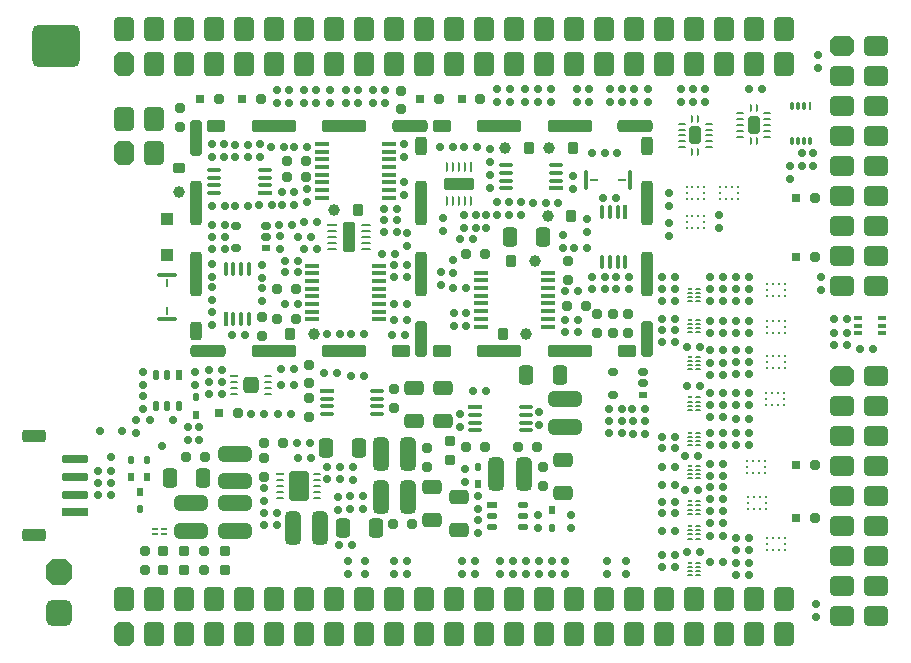
<source format=gbr>
%TF.GenerationSoftware,Altium Limited,Altium Designer,21.9.2 (33)*%
G04 Layer_Color=255*
%FSLAX45Y45*%
%MOMM*%
%TF.SameCoordinates,7777544D-92F5-45BF-99EE-D781317D7DBF*%
%TF.FilePolarity,Positive*%
%TF.FileFunction,Pads,Top*%
%TF.Part,Single*%
G01*
G75*
%TA.AperFunction,BGAPad,CuDef*%
%ADD11C,0.25000*%
%TA.AperFunction,SMDPad,CuDef*%
G04:AMPARAMS|DCode=12|XSize=0.25mm|YSize=0.25mm|CornerRadius=0.0375mm|HoleSize=0mm|Usage=FLASHONLY|Rotation=180.000|XOffset=0mm|YOffset=0mm|HoleType=Round|Shape=RoundedRectangle|*
%AMROUNDEDRECTD12*
21,1,0.25000,0.17500,0,0,180.0*
21,1,0.17500,0.25000,0,0,180.0*
1,1,0.07500,-0.08750,0.08750*
1,1,0.07500,0.08750,0.08750*
1,1,0.07500,0.08750,-0.08750*
1,1,0.07500,-0.08750,-0.08750*
%
%ADD12ROUNDEDRECTD12*%
%ADD13R,0.50000X0.20000*%
G04:AMPARAMS|DCode=14|XSize=0.25mm|YSize=0.65mm|CornerRadius=0.0625mm|HoleSize=0mm|Usage=FLASHONLY|Rotation=90.000|XOffset=0mm|YOffset=0mm|HoleType=Round|Shape=RoundedRectangle|*
%AMROUNDEDRECTD14*
21,1,0.25000,0.52500,0,0,90.0*
21,1,0.12500,0.65000,0,0,90.0*
1,1,0.12500,0.26250,0.06250*
1,1,0.12500,0.26250,-0.06250*
1,1,0.12500,-0.26250,-0.06250*
1,1,0.12500,-0.26250,0.06250*
%
%ADD14ROUNDEDRECTD14*%
G04:AMPARAMS|DCode=15|XSize=0.25mm|YSize=0.65mm|CornerRadius=0.0625mm|HoleSize=0mm|Usage=FLASHONLY|Rotation=0.000|XOffset=0mm|YOffset=0mm|HoleType=Round|Shape=RoundedRectangle|*
%AMROUNDEDRECTD15*
21,1,0.25000,0.52500,0,0,0.0*
21,1,0.12500,0.65000,0,0,0.0*
1,1,0.12500,0.06250,-0.26250*
1,1,0.12500,-0.06250,-0.26250*
1,1,0.12500,-0.06250,0.26250*
1,1,0.12500,0.06250,0.26250*
%
%ADD15ROUNDEDRECTD15*%
G04:AMPARAMS|DCode=16|XSize=1mm|YSize=1.5mm|CornerRadius=0.25mm|HoleSize=0mm|Usage=FLASHONLY|Rotation=0.000|XOffset=0mm|YOffset=0mm|HoleType=Round|Shape=RoundedRectangle|*
%AMROUNDEDRECTD16*
21,1,1.00000,1.00000,0,0,0.0*
21,1,0.50000,1.50000,0,0,0.0*
1,1,0.50000,0.25000,-0.50000*
1,1,0.50000,-0.25000,-0.50000*
1,1,0.50000,-0.25000,0.50000*
1,1,0.50000,0.25000,0.50000*
%
%ADD16ROUNDEDRECTD16*%
G04:AMPARAMS|DCode=17|XSize=0.6mm|YSize=0.6mm|CornerRadius=0.15mm|HoleSize=0mm|Usage=FLASHONLY|Rotation=90.000|XOffset=0mm|YOffset=0mm|HoleType=Round|Shape=RoundedRectangle|*
%AMROUNDEDRECTD17*
21,1,0.60000,0.30000,0,0,90.0*
21,1,0.30000,0.60000,0,0,90.0*
1,1,0.30000,0.15000,0.15000*
1,1,0.30000,0.15000,-0.15000*
1,1,0.30000,-0.15000,-0.15000*
1,1,0.30000,-0.15000,0.15000*
%
%ADD17ROUNDEDRECTD17*%
%ADD18R,0.45000X0.18000*%
G04:AMPARAMS|DCode=19|XSize=0.18mm|YSize=0.45mm|CornerRadius=0.027mm|HoleSize=0mm|Usage=FLASHONLY|Rotation=90.000|XOffset=0mm|YOffset=0mm|HoleType=Round|Shape=RoundedRectangle|*
%AMROUNDEDRECTD19*
21,1,0.18000,0.39600,0,0,90.0*
21,1,0.12600,0.45000,0,0,90.0*
1,1,0.05400,0.19800,0.06300*
1,1,0.05400,0.19800,-0.06300*
1,1,0.05400,-0.19800,-0.06300*
1,1,0.05400,-0.19800,0.06300*
%
%ADD19ROUNDEDRECTD19*%
%ADD20R,0.70000X0.25000*%
G04:AMPARAMS|DCode=21|XSize=0.25mm|YSize=0.7mm|CornerRadius=0.0625mm|HoleSize=0mm|Usage=FLASHONLY|Rotation=90.000|XOffset=0mm|YOffset=0mm|HoleType=Round|Shape=RoundedRectangle|*
%AMROUNDEDRECTD21*
21,1,0.25000,0.57500,0,0,90.0*
21,1,0.12500,0.70000,0,0,90.0*
1,1,0.12500,0.28750,0.06250*
1,1,0.12500,0.28750,-0.06250*
1,1,0.12500,-0.28750,-0.06250*
1,1,0.12500,-0.28750,0.06250*
%
%ADD21ROUNDEDRECTD21*%
G04:AMPARAMS|DCode=22|XSize=2.5mm|YSize=1.7mm|CornerRadius=0.17mm|HoleSize=0mm|Usage=FLASHONLY|Rotation=90.000|XOffset=0mm|YOffset=0mm|HoleType=Round|Shape=RoundedRectangle|*
%AMROUNDEDRECTD22*
21,1,2.50000,1.36000,0,0,90.0*
21,1,2.16000,1.70000,0,0,90.0*
1,1,0.34000,0.68000,1.08000*
1,1,0.34000,0.68000,-1.08000*
1,1,0.34000,-0.68000,-1.08000*
1,1,0.34000,-0.68000,1.08000*
%
%ADD22ROUNDEDRECTD22*%
G04:AMPARAMS|DCode=23|XSize=0.35mm|YSize=1.15mm|CornerRadius=0.0875mm|HoleSize=0mm|Usage=FLASHONLY|Rotation=90.000|XOffset=0mm|YOffset=0mm|HoleType=Round|Shape=RoundedRectangle|*
%AMROUNDEDRECTD23*
21,1,0.35000,0.97500,0,0,90.0*
21,1,0.17500,1.15000,0,0,90.0*
1,1,0.17500,0.48750,0.08750*
1,1,0.17500,0.48750,-0.08750*
1,1,0.17500,-0.48750,-0.08750*
1,1,0.17500,-0.48750,0.08750*
%
%ADD23ROUNDEDRECTD23*%
%ADD24R,1.15000X0.35000*%
%ADD25R,0.90000X0.55000*%
G04:AMPARAMS|DCode=26|XSize=0.55mm|YSize=0.9mm|CornerRadius=0.1375mm|HoleSize=0mm|Usage=FLASHONLY|Rotation=90.000|XOffset=0mm|YOffset=0mm|HoleType=Round|Shape=RoundedRectangle|*
%AMROUNDEDRECTD26*
21,1,0.55000,0.62500,0,0,90.0*
21,1,0.27500,0.90000,0,0,90.0*
1,1,0.27500,0.31250,0.13750*
1,1,0.27500,0.31250,-0.13750*
1,1,0.27500,-0.31250,-0.13750*
1,1,0.27500,-0.31250,0.13750*
%
%ADD26ROUNDEDRECTD26*%
%ADD27R,0.55000X0.90000*%
G04:AMPARAMS|DCode=28|XSize=0.55mm|YSize=0.9mm|CornerRadius=0.1375mm|HoleSize=0mm|Usage=FLASHONLY|Rotation=0.000|XOffset=0mm|YOffset=0mm|HoleType=Round|Shape=RoundedRectangle|*
%AMROUNDEDRECTD28*
21,1,0.55000,0.62500,0,0,0.0*
21,1,0.27500,0.90000,0,0,0.0*
1,1,0.27500,0.13750,-0.31250*
1,1,0.27500,-0.13750,-0.31250*
1,1,0.27500,-0.13750,0.31250*
1,1,0.27500,0.13750,0.31250*
%
%ADD28ROUNDEDRECTD28*%
G04:AMPARAMS|DCode=29|XSize=1.4mm|YSize=1.3mm|CornerRadius=0.325mm|HoleSize=0mm|Usage=FLASHONLY|Rotation=90.000|XOffset=0mm|YOffset=0mm|HoleType=Round|Shape=RoundedRectangle|*
%AMROUNDEDRECTD29*
21,1,1.40000,0.65000,0,0,90.0*
21,1,0.75000,1.30000,0,0,90.0*
1,1,0.65000,0.32500,0.37500*
1,1,0.65000,0.32500,-0.37500*
1,1,0.65000,-0.32500,-0.37500*
1,1,0.65000,-0.32500,0.37500*
%
%ADD29ROUNDEDRECTD29*%
%ADD30R,0.80000X0.60000*%
G04:AMPARAMS|DCode=31|XSize=0.6mm|YSize=0.8mm|CornerRadius=0.15mm|HoleSize=0mm|Usage=FLASHONLY|Rotation=270.000|XOffset=0mm|YOffset=0mm|HoleType=Round|Shape=RoundedRectangle|*
%AMROUNDEDRECTD31*
21,1,0.60000,0.50000,0,0,270.0*
21,1,0.30000,0.80000,0,0,270.0*
1,1,0.30000,-0.25000,-0.15000*
1,1,0.30000,-0.25000,0.15000*
1,1,0.30000,0.25000,0.15000*
1,1,0.30000,0.25000,-0.15000*
%
%ADD31ROUNDEDRECTD31*%
G04:AMPARAMS|DCode=32|XSize=0.35mm|YSize=0.7mm|CornerRadius=0.0875mm|HoleSize=0mm|Usage=FLASHONLY|Rotation=270.000|XOffset=0mm|YOffset=0mm|HoleType=Round|Shape=RoundedRectangle|*
%AMROUNDEDRECTD32*
21,1,0.35000,0.52501,0,0,270.0*
21,1,0.17500,0.70000,0,0,270.0*
1,1,0.17500,-0.26250,-0.08750*
1,1,0.17500,-0.26250,0.08750*
1,1,0.17500,0.26250,0.08750*
1,1,0.17500,0.26250,-0.08750*
%
%ADD32ROUNDEDRECTD32*%
%ADD33R,0.70000X0.35000*%
%ADD34R,0.27000X0.65000*%
G04:AMPARAMS|DCode=35|XSize=0.27mm|YSize=0.65mm|CornerRadius=0.0675mm|HoleSize=0mm|Usage=FLASHONLY|Rotation=0.000|XOffset=0mm|YOffset=0mm|HoleType=Round|Shape=RoundedRectangle|*
%AMROUNDEDRECTD35*
21,1,0.27000,0.51501,0,0,0.0*
21,1,0.13500,0.65000,0,0,0.0*
1,1,0.13500,0.06750,-0.25750*
1,1,0.13500,-0.06750,-0.25750*
1,1,0.13500,-0.06750,0.25750*
1,1,0.13500,0.06750,0.25750*
%
%ADD35ROUNDEDRECTD35*%
%ADD36R,1.20000X0.35000*%
G04:AMPARAMS|DCode=37|XSize=0.35mm|YSize=1.2mm|CornerRadius=0.0875mm|HoleSize=0mm|Usage=FLASHONLY|Rotation=90.000|XOffset=0mm|YOffset=0mm|HoleType=Round|Shape=RoundedRectangle|*
%AMROUNDEDRECTD37*
21,1,0.35000,1.02500,0,0,90.0*
21,1,0.17500,1.20000,0,0,90.0*
1,1,0.17500,0.51250,0.08750*
1,1,0.17500,0.51250,-0.08750*
1,1,0.17500,-0.51250,-0.08750*
1,1,0.17500,-0.51250,0.08750*
%
%ADD37ROUNDEDRECTD37*%
G04:AMPARAMS|DCode=38|XSize=2.55mm|YSize=1.1mm|CornerRadius=0.275mm|HoleSize=0mm|Usage=FLASHONLY|Rotation=90.000|XOffset=0mm|YOffset=0mm|HoleType=Round|Shape=RoundedRectangle|*
%AMROUNDEDRECTD38*
21,1,2.55000,0.55000,0,0,90.0*
21,1,2.00000,1.10000,0,0,90.0*
1,1,0.55000,0.27500,1.00000*
1,1,0.55000,0.27500,-1.00000*
1,1,0.55000,-0.27500,-1.00000*
1,1,0.55000,-0.27500,1.00000*
%
%ADD38ROUNDEDRECTD38*%
G04:AMPARAMS|DCode=39|XSize=0.25mm|YSize=0.85mm|CornerRadius=0.0625mm|HoleSize=0mm|Usage=FLASHONLY|Rotation=90.000|XOffset=0mm|YOffset=0mm|HoleType=Round|Shape=RoundedRectangle|*
%AMROUNDEDRECTD39*
21,1,0.25000,0.72500,0,0,90.0*
21,1,0.12500,0.85000,0,0,90.0*
1,1,0.12500,0.36250,0.06250*
1,1,0.12500,0.36250,-0.06250*
1,1,0.12500,-0.36250,-0.06250*
1,1,0.12500,-0.36250,0.06250*
%
%ADD39ROUNDEDRECTD39*%
%ADD40R,0.85000X0.25000*%
G04:AMPARAMS|DCode=41|XSize=0.35mm|YSize=1.15mm|CornerRadius=0.0875mm|HoleSize=0mm|Usage=FLASHONLY|Rotation=180.000|XOffset=0mm|YOffset=0mm|HoleType=Round|Shape=RoundedRectangle|*
%AMROUNDEDRECTD41*
21,1,0.35000,0.97500,0,0,180.0*
21,1,0.17500,1.15000,0,0,180.0*
1,1,0.17500,-0.08750,0.48750*
1,1,0.17500,0.08750,0.48750*
1,1,0.17500,0.08750,-0.48750*
1,1,0.17500,-0.08750,-0.48750*
%
%ADD41ROUNDEDRECTD41*%
%ADD42R,0.35000X1.15000*%
G04:AMPARAMS|DCode=43|XSize=2.55mm|YSize=1.1mm|CornerRadius=0.275mm|HoleSize=0mm|Usage=FLASHONLY|Rotation=0.000|XOffset=0mm|YOffset=0mm|HoleType=Round|Shape=RoundedRectangle|*
%AMROUNDEDRECTD43*
21,1,2.55000,0.55000,0,0,0.0*
21,1,2.00000,1.10000,0,0,0.0*
1,1,0.55000,1.00000,-0.27500*
1,1,0.55000,-1.00000,-0.27500*
1,1,0.55000,-1.00000,0.27500*
1,1,0.55000,1.00000,0.27500*
%
%ADD43ROUNDEDRECTD43*%
G04:AMPARAMS|DCode=44|XSize=0.25mm|YSize=0.85mm|CornerRadius=0.0625mm|HoleSize=0mm|Usage=FLASHONLY|Rotation=0.000|XOffset=0mm|YOffset=0mm|HoleType=Round|Shape=RoundedRectangle|*
%AMROUNDEDRECTD44*
21,1,0.25000,0.72500,0,0,0.0*
21,1,0.12500,0.85000,0,0,0.0*
1,1,0.12500,0.06250,-0.36250*
1,1,0.12500,-0.06250,-0.36250*
1,1,0.12500,-0.06250,0.36250*
1,1,0.12500,0.06250,0.36250*
%
%ADD44ROUNDEDRECTD44*%
%ADD45R,0.25000X0.85000*%
%ADD46C,1.00000*%
G04:AMPARAMS|DCode=47|XSize=0.8mm|YSize=1mm|CornerRadius=0.04mm|HoleSize=0mm|Usage=FLASHONLY|Rotation=90.000|XOffset=0mm|YOffset=0mm|HoleType=Round|Shape=RoundedRectangle|*
%AMROUNDEDRECTD47*
21,1,0.80000,0.92000,0,0,90.0*
21,1,0.72000,1.00000,0,0,90.0*
1,1,0.08000,0.46000,0.36000*
1,1,0.08000,0.46000,-0.36000*
1,1,0.08000,-0.46000,-0.36000*
1,1,0.08000,-0.46000,0.36000*
%
%ADD47ROUNDEDRECTD47*%
G04:AMPARAMS|DCode=48|XSize=0.8mm|YSize=1mm|CornerRadius=0.04mm|HoleSize=0mm|Usage=FLASHONLY|Rotation=180.000|XOffset=0mm|YOffset=0mm|HoleType=Round|Shape=RoundedRectangle|*
%AMROUNDEDRECTD48*
21,1,0.80000,0.92000,0,0,180.0*
21,1,0.72000,1.00000,0,0,180.0*
1,1,0.08000,-0.36000,0.46000*
1,1,0.08000,0.36000,0.46000*
1,1,0.08000,0.36000,-0.46000*
1,1,0.08000,-0.36000,-0.46000*
%
%ADD48ROUNDEDRECTD48*%
G04:AMPARAMS|DCode=49|XSize=0.6mm|YSize=0.7mm|CornerRadius=0.15mm|HoleSize=0mm|Usage=FLASHONLY|Rotation=0.000|XOffset=0mm|YOffset=0mm|HoleType=Round|Shape=RoundedRectangle|*
%AMROUNDEDRECTD49*
21,1,0.60000,0.40000,0,0,0.0*
21,1,0.30000,0.70000,0,0,0.0*
1,1,0.30000,0.15000,-0.20000*
1,1,0.30000,-0.15000,-0.20000*
1,1,0.30000,-0.15000,0.20000*
1,1,0.30000,0.15000,0.20000*
%
%ADD49ROUNDEDRECTD49*%
G04:AMPARAMS|DCode=50|XSize=0.6mm|YSize=0.6mm|CornerRadius=0.15mm|HoleSize=0mm|Usage=FLASHONLY|Rotation=0.000|XOffset=0mm|YOffset=0mm|HoleType=Round|Shape=RoundedRectangle|*
%AMROUNDEDRECTD50*
21,1,0.60000,0.30000,0,0,0.0*
21,1,0.30000,0.60000,0,0,0.0*
1,1,0.30000,0.15000,-0.15000*
1,1,0.30000,-0.15000,-0.15000*
1,1,0.30000,-0.15000,0.15000*
1,1,0.30000,0.15000,0.15000*
%
%ADD50ROUNDEDRECTD50*%
%ADD51O,1.70000X0.30000*%
%ADD52R,0.24000X0.70000*%
%ADD53O,0.30000X1.70000*%
%ADD54R,0.70000X0.24000*%
%ADD55R,2.20000X0.70000*%
G04:AMPARAMS|DCode=56|XSize=2.2mm|YSize=0.7mm|CornerRadius=0.175mm|HoleSize=0mm|Usage=FLASHONLY|Rotation=180.000|XOffset=0mm|YOffset=0mm|HoleType=Round|Shape=RoundedRectangle|*
%AMROUNDEDRECTD56*
21,1,2.20000,0.35000,0,0,180.0*
21,1,1.85000,0.70000,0,0,180.0*
1,1,0.35000,-0.92500,0.17500*
1,1,0.35000,0.92500,0.17500*
1,1,0.35000,0.92500,-0.17500*
1,1,0.35000,-0.92500,-0.17500*
%
%ADD56ROUNDEDRECTD56*%
G04:AMPARAMS|DCode=57|XSize=2mm|YSize=1.1mm|CornerRadius=0.275mm|HoleSize=0mm|Usage=FLASHONLY|Rotation=180.000|XOffset=0mm|YOffset=0mm|HoleType=Round|Shape=RoundedRectangle|*
%AMROUNDEDRECTD57*
21,1,2.00000,0.55000,0,0,180.0*
21,1,1.45000,1.10000,0,0,180.0*
1,1,0.55000,-0.72500,0.27500*
1,1,0.55000,0.72500,0.27500*
1,1,0.55000,0.72500,-0.27500*
1,1,0.55000,-0.72500,-0.27500*
%
%ADD57ROUNDEDRECTD57*%
G04:AMPARAMS|DCode=58|XSize=3mm|YSize=1mm|CornerRadius=0.25mm|HoleSize=0mm|Usage=FLASHONLY|Rotation=90.000|XOffset=0mm|YOffset=0mm|HoleType=Round|Shape=RoundedRectangle|*
%AMROUNDEDRECTD58*
21,1,3.00000,0.50000,0,0,90.0*
21,1,2.50000,1.00000,0,0,90.0*
1,1,0.50000,0.25000,1.25000*
1,1,0.50000,0.25000,-1.25000*
1,1,0.50000,-0.25000,-1.25000*
1,1,0.50000,-0.25000,1.25000*
%
%ADD58ROUNDEDRECTD58*%
%TA.AperFunction,SMDPad,SMDef*%
G04:AMPARAMS|DCode=59|XSize=3.8mm|YSize=1mm|CornerRadius=0.25mm|HoleSize=0mm|Usage=FLASHONLY|Rotation=90.000|XOffset=0mm|YOffset=0mm|HoleType=Round|Shape=RoundedRectangle|*
%AMROUNDEDRECTD59*
21,1,3.80000,0.50000,0,0,90.0*
21,1,3.30000,1.00000,0,0,90.0*
1,1,0.50000,0.25000,1.65000*
1,1,0.50000,0.25000,-1.65000*
1,1,0.50000,-0.25000,-1.65000*
1,1,0.50000,-0.25000,1.65000*
%
%ADD59ROUNDEDRECTD59*%
%TA.AperFunction,SMDPad,CuDef*%
G04:AMPARAMS|DCode=60|XSize=1.6mm|YSize=1mm|CornerRadius=0.25mm|HoleSize=0mm|Usage=FLASHONLY|Rotation=180.000|XOffset=0mm|YOffset=0mm|HoleType=Round|Shape=RoundedRectangle|*
%AMROUNDEDRECTD60*
21,1,1.60000,0.50000,0,0,180.0*
21,1,1.10000,1.00000,0,0,180.0*
1,1,0.50000,-0.55000,0.25000*
1,1,0.50000,0.55000,0.25000*
1,1,0.50000,0.55000,-0.25000*
1,1,0.50000,-0.55000,-0.25000*
%
%ADD60ROUNDEDRECTD60*%
G04:AMPARAMS|DCode=61|XSize=3mm|YSize=1mm|CornerRadius=0.25mm|HoleSize=0mm|Usage=FLASHONLY|Rotation=0.000|XOffset=0mm|YOffset=0mm|HoleType=Round|Shape=RoundedRectangle|*
%AMROUNDEDRECTD61*
21,1,3.00000,0.50000,0,0,0.0*
21,1,2.50000,1.00000,0,0,0.0*
1,1,0.50000,1.25000,-0.25000*
1,1,0.50000,-1.25000,-0.25000*
1,1,0.50000,-1.25000,0.25000*
1,1,0.50000,1.25000,0.25000*
%
%ADD61ROUNDEDRECTD61*%
%TA.AperFunction,SMDPad,SMDef*%
G04:AMPARAMS|DCode=62|XSize=3.8mm|YSize=1mm|CornerRadius=0.25mm|HoleSize=0mm|Usage=FLASHONLY|Rotation=0.000|XOffset=0mm|YOffset=0mm|HoleType=Round|Shape=RoundedRectangle|*
%AMROUNDEDRECTD62*
21,1,3.80000,0.50000,0,0,0.0*
21,1,3.30000,1.00000,0,0,0.0*
1,1,0.50000,1.65000,-0.25000*
1,1,0.50000,-1.65000,-0.25000*
1,1,0.50000,-1.65000,0.25000*
1,1,0.50000,1.65000,0.25000*
%
%ADD62ROUNDEDRECTD62*%
%TA.AperFunction,SMDPad,CuDef*%
G04:AMPARAMS|DCode=63|XSize=1.6mm|YSize=1mm|CornerRadius=0.25mm|HoleSize=0mm|Usage=FLASHONLY|Rotation=90.000|XOffset=0mm|YOffset=0mm|HoleType=Round|Shape=RoundedRectangle|*
%AMROUNDEDRECTD63*
21,1,1.60000,0.50000,0,0,90.0*
21,1,1.10000,1.00000,0,0,90.0*
1,1,0.50000,0.25000,0.55000*
1,1,0.50000,0.25000,-0.55000*
1,1,0.50000,-0.25000,-0.55000*
1,1,0.50000,-0.25000,0.55000*
%
%ADD63ROUNDEDRECTD63*%
G04:AMPARAMS|DCode=64|XSize=2.8mm|YSize=1.3mm|CornerRadius=0.325mm|HoleSize=0mm|Usage=FLASHONLY|Rotation=90.000|XOffset=0mm|YOffset=0mm|HoleType=Round|Shape=RoundedRectangle|*
%AMROUNDEDRECTD64*
21,1,2.80000,0.65000,0,0,90.0*
21,1,2.15000,1.30000,0,0,90.0*
1,1,0.65000,0.32500,1.07500*
1,1,0.65000,0.32500,-1.07500*
1,1,0.65000,-0.32500,-1.07500*
1,1,0.65000,-0.32500,1.07500*
%
%ADD64ROUNDEDRECTD64*%
G04:AMPARAMS|DCode=65|XSize=2.8mm|YSize=1.3mm|CornerRadius=0.325mm|HoleSize=0mm|Usage=FLASHONLY|Rotation=0.000|XOffset=0mm|YOffset=0mm|HoleType=Round|Shape=RoundedRectangle|*
%AMROUNDEDRECTD65*
21,1,2.80000,0.65000,0,0,0.0*
21,1,2.15000,1.30000,0,0,0.0*
1,1,0.65000,1.07500,-0.32500*
1,1,0.65000,-1.07500,-0.32500*
1,1,0.65000,-1.07500,0.32500*
1,1,0.65000,1.07500,0.32500*
%
%ADD65ROUNDEDRECTD65*%
G04:AMPARAMS|DCode=66|XSize=0.9mm|YSize=0.8mm|CornerRadius=0.2mm|HoleSize=0mm|Usage=FLASHONLY|Rotation=180.000|XOffset=0mm|YOffset=0mm|HoleType=Round|Shape=RoundedRectangle|*
%AMROUNDEDRECTD66*
21,1,0.90000,0.40000,0,0,180.0*
21,1,0.50000,0.80000,0,0,180.0*
1,1,0.40000,-0.25000,0.20000*
1,1,0.40000,0.25000,0.20000*
1,1,0.40000,0.25000,-0.20000*
1,1,0.40000,-0.25000,-0.20000*
%
%ADD66ROUNDEDRECTD66*%
%ADD67R,0.80000X0.80000*%
G04:AMPARAMS|DCode=68|XSize=0.8mm|YSize=0.8mm|CornerRadius=0.2mm|HoleSize=0mm|Usage=FLASHONLY|Rotation=90.000|XOffset=0mm|YOffset=0mm|HoleType=Round|Shape=RoundedRectangle|*
%AMROUNDEDRECTD68*
21,1,0.80000,0.40000,0,0,90.0*
21,1,0.40000,0.80000,0,0,90.0*
1,1,0.40000,0.20000,0.20000*
1,1,0.40000,0.20000,-0.20000*
1,1,0.40000,-0.20000,-0.20000*
1,1,0.40000,-0.20000,0.20000*
%
%ADD68ROUNDEDRECTD68*%
%ADD69R,0.50000X0.70000*%
G04:AMPARAMS|DCode=70|XSize=0.5mm|YSize=0.7mm|CornerRadius=0.125mm|HoleSize=0mm|Usage=FLASHONLY|Rotation=180.000|XOffset=0mm|YOffset=0mm|HoleType=Round|Shape=RoundedRectangle|*
%AMROUNDEDRECTD70*
21,1,0.50000,0.45000,0,0,180.0*
21,1,0.25000,0.70000,0,0,180.0*
1,1,0.25000,-0.12500,0.22500*
1,1,0.25000,0.12500,0.22500*
1,1,0.25000,0.12500,-0.22500*
1,1,0.25000,-0.12500,-0.22500*
%
%ADD70ROUNDEDRECTD70*%
%ADD71R,1.10000X1.10000*%
G04:AMPARAMS|DCode=72|XSize=1.1mm|YSize=1.1mm|CornerRadius=0.275mm|HoleSize=0mm|Usage=FLASHONLY|Rotation=180.000|XOffset=0mm|YOffset=0mm|HoleType=Round|Shape=RoundedRectangle|*
%AMROUNDEDRECTD72*
21,1,1.10000,0.55000,0,0,180.0*
21,1,0.55000,1.10000,0,0,180.0*
1,1,0.55000,-0.27500,0.27500*
1,1,0.55000,0.27500,0.27500*
1,1,0.55000,0.27500,-0.27500*
1,1,0.55000,-0.27500,-0.27500*
%
%ADD72ROUNDEDRECTD72*%
G04:AMPARAMS|DCode=73|XSize=1.65mm|YSize=1.25mm|CornerRadius=0.3125mm|HoleSize=0mm|Usage=FLASHONLY|Rotation=0.000|XOffset=0mm|YOffset=0mm|HoleType=Round|Shape=RoundedRectangle|*
%AMROUNDEDRECTD73*
21,1,1.65000,0.62500,0,0,0.0*
21,1,1.02500,1.25000,0,0,0.0*
1,1,0.62500,0.51250,-0.31250*
1,1,0.62500,-0.51250,-0.31250*
1,1,0.62500,-0.51250,0.31250*
1,1,0.62500,0.51250,0.31250*
%
%ADD73ROUNDEDRECTD73*%
G04:AMPARAMS|DCode=74|XSize=1.65mm|YSize=1.25mm|CornerRadius=0.3125mm|HoleSize=0mm|Usage=FLASHONLY|Rotation=270.000|XOffset=0mm|YOffset=0mm|HoleType=Round|Shape=RoundedRectangle|*
%AMROUNDEDRECTD74*
21,1,1.65000,0.62500,0,0,270.0*
21,1,1.02500,1.25000,0,0,270.0*
1,1,0.62500,-0.31250,-0.51250*
1,1,0.62500,-0.31250,0.51250*
1,1,0.62500,0.31250,0.51250*
1,1,0.62500,0.31250,-0.51250*
%
%ADD74ROUNDEDRECTD74*%
G04:AMPARAMS|DCode=75|XSize=0.8mm|YSize=0.8mm|CornerRadius=0.2mm|HoleSize=0mm|Usage=FLASHONLY|Rotation=180.000|XOffset=0mm|YOffset=0mm|HoleType=Round|Shape=RoundedRectangle|*
%AMROUNDEDRECTD75*
21,1,0.80000,0.40000,0,0,180.0*
21,1,0.40000,0.80000,0,0,180.0*
1,1,0.40000,-0.20000,0.20000*
1,1,0.40000,0.20000,0.20000*
1,1,0.40000,0.20000,-0.20000*
1,1,0.40000,-0.20000,-0.20000*
%
%ADD75ROUNDEDRECTD75*%
%TA.AperFunction,ComponentPad*%
G04:AMPARAMS|DCode=88|XSize=1.7mm|YSize=2.1mm|CornerRadius=0mm|HoleSize=0mm|Usage=FLASHONLY|Rotation=270.000|XOffset=0mm|YOffset=0mm|HoleType=Round|Shape=Octagon|*
%AMOCTAGOND88*
4,1,8,1.05000,0.42500,1.05000,-0.42500,0.62500,-0.85000,-0.62500,-0.85000,-1.05000,-0.42500,-1.05000,0.42500,-0.62500,0.85000,0.62500,0.85000,1.05000,0.42500,0.0*
%
%ADD88OCTAGOND88*%

G04:AMPARAMS|DCode=89|XSize=1.7mm|YSize=2.1mm|CornerRadius=0.425mm|HoleSize=0mm|Usage=FLASHONLY|Rotation=270.000|XOffset=0mm|YOffset=0mm|HoleType=Round|Shape=RoundedRectangle|*
%AMROUNDEDRECTD89*
21,1,1.70000,1.25001,0,0,270.0*
21,1,0.85000,2.10000,0,0,270.0*
1,1,0.85000,-0.62500,-0.42500*
1,1,0.85000,-0.62500,0.42500*
1,1,0.85000,0.62500,0.42500*
1,1,0.85000,0.62500,-0.42500*
%
%ADD89ROUNDEDRECTD89*%
G04:AMPARAMS|DCode=90|XSize=1.7mm|YSize=2.1mm|CornerRadius=0.425mm|HoleSize=0mm|Usage=FLASHONLY|Rotation=0.000|XOffset=0mm|YOffset=0mm|HoleType=Round|Shape=RoundedRectangle|*
%AMROUNDEDRECTD90*
21,1,1.70000,1.25001,0,0,0.0*
21,1,0.85000,2.10000,0,0,0.0*
1,1,0.85000,0.42500,-0.62500*
1,1,0.85000,-0.42500,-0.62500*
1,1,0.85000,-0.42500,0.62500*
1,1,0.85000,0.42500,0.62500*
%
%ADD90ROUNDEDRECTD90*%
G04:AMPARAMS|DCode=91|XSize=1.7mm|YSize=2.1mm|CornerRadius=0mm|HoleSize=0mm|Usage=FLASHONLY|Rotation=0.000|XOffset=0mm|YOffset=0mm|HoleType=Round|Shape=Octagon|*
%AMOCTAGOND91*
4,1,8,-0.42500,1.05000,0.42500,1.05000,0.85000,0.62500,0.85000,-0.62500,0.42500,-1.05000,-0.42500,-1.05000,-0.85000,-0.62500,-0.85000,0.62500,-0.42500,1.05000,0.0*
%
%ADD91OCTAGOND91*%

G04:AMPARAMS|DCode=92|XSize=4mm|YSize=3.6mm|CornerRadius=0.54mm|HoleSize=0mm|Usage=FLASHONLY|Rotation=0.000|XOffset=0mm|YOffset=0mm|HoleType=Round|Shape=RoundedRectangle|*
%AMROUNDEDRECTD92*
21,1,4.00000,2.52000,0,0,0.0*
21,1,2.92000,3.60000,0,0,0.0*
1,1,1.08000,1.46000,-1.26000*
1,1,1.08000,-1.46000,-1.26000*
1,1,1.08000,-1.46000,1.26000*
1,1,1.08000,1.46000,1.26000*
%
%ADD92ROUNDEDRECTD92*%
G04:AMPARAMS|DCode=93|XSize=2.2mm|YSize=2.2mm|CornerRadius=0.55mm|HoleSize=0mm|Usage=FLASHONLY|Rotation=270.000|XOffset=0mm|YOffset=0mm|HoleType=Round|Shape=RoundedRectangle|*
%AMROUNDEDRECTD93*
21,1,2.20000,1.10000,0,0,270.0*
21,1,1.10000,2.20000,0,0,270.0*
1,1,1.10000,-0.55000,-0.55000*
1,1,1.10000,-0.55000,0.55000*
1,1,1.10000,0.55000,0.55000*
1,1,1.10000,0.55000,-0.55000*
%
%ADD93ROUNDEDRECTD93*%
G04:AMPARAMS|DCode=94|XSize=2.2mm|YSize=2.2mm|CornerRadius=0mm|HoleSize=0mm|Usage=FLASHONLY|Rotation=270.000|XOffset=0mm|YOffset=0mm|HoleType=Round|Shape=Octagon|*
%AMOCTAGOND94*
4,1,8,-0.55000,-1.10000,0.55000,-1.10000,1.10000,-0.55000,1.10000,0.55000,0.55000,1.10000,-0.55000,1.10000,-1.10000,0.55000,-1.10000,-0.55000,-0.55000,-1.10000,0.0*
%
%ADD94OCTAGOND94*%

D11*
X7310002Y1630000D02*
D03*
X7360002D02*
D03*
X7410002D02*
D03*
X7460002D02*
D03*
X7310002Y1580000D02*
D03*
X7460002D02*
D03*
X7310002Y1530000D02*
D03*
X7360002D02*
D03*
X7410002D02*
D03*
X7315000Y1329999D02*
D03*
X7365000D02*
D03*
X7415000D02*
D03*
X7465000D02*
D03*
X7315000Y1279999D02*
D03*
X7465000D02*
D03*
X7315000Y1229999D02*
D03*
X7365000D02*
D03*
X7415000D02*
D03*
X7475000Y979999D02*
D03*
X7525000D02*
D03*
X7575000D02*
D03*
X7625000D02*
D03*
X7475000Y929999D02*
D03*
X7625000D02*
D03*
X7475000Y879999D02*
D03*
X7525000D02*
D03*
X7575000D02*
D03*
X7080000Y3950000D02*
D03*
X7130000D02*
D03*
X7180000D02*
D03*
X7230000D02*
D03*
X7080000Y3900000D02*
D03*
X7230000D02*
D03*
X7080000Y3850000D02*
D03*
X7130000D02*
D03*
X7180000D02*
D03*
X6795000Y3950000D02*
D03*
X6845000D02*
D03*
X6895000D02*
D03*
X6945000D02*
D03*
X6795000Y3900000D02*
D03*
X6945000D02*
D03*
X6795000Y3850000D02*
D03*
X6845000D02*
D03*
X6895000D02*
D03*
X7575001Y2419999D02*
D03*
X7525000D02*
D03*
X7475001D02*
D03*
X7625000Y2469999D02*
D03*
X7475001D02*
D03*
X7625000Y2520000D02*
D03*
X7575001D02*
D03*
X7525000D02*
D03*
X7475001D02*
D03*
X7575000Y2719999D02*
D03*
X7525000D02*
D03*
X7475000D02*
D03*
X7625000Y2769999D02*
D03*
X7475000D02*
D03*
X7625000Y2819999D02*
D03*
X7575000D02*
D03*
X7525000D02*
D03*
X7475000D02*
D03*
X7575001Y3030000D02*
D03*
X7525000D02*
D03*
X7475001D02*
D03*
X7625000Y3079999D02*
D03*
X7475001D02*
D03*
X7625000Y3130000D02*
D03*
X7575001D02*
D03*
X7525000D02*
D03*
X7475001D02*
D03*
X7570000Y2109999D02*
D03*
X7520000D02*
D03*
X7470000D02*
D03*
X7620000Y2159999D02*
D03*
X7470000D02*
D03*
X7620000Y2209999D02*
D03*
X7570000D02*
D03*
X7520000D02*
D03*
X7470000D02*
D03*
X6895000Y3610000D02*
D03*
X6845000D02*
D03*
X6795000D02*
D03*
X6945000Y3660000D02*
D03*
X6795000D02*
D03*
X6945000Y3710000D02*
D03*
X6895000D02*
D03*
X6845000D02*
D03*
X6795000D02*
D03*
D12*
X7460002Y1530000D02*
D03*
X7465000Y1229999D02*
D03*
X7625000Y879999D02*
D03*
X7230000Y3850000D02*
D03*
X6945000D02*
D03*
X7625000Y2419999D02*
D03*
X7625000Y2719999D02*
D03*
X7625000Y3030000D02*
D03*
X7620000Y2109999D02*
D03*
X6945000Y3610000D02*
D03*
D13*
X2293000Y1018000D02*
D03*
X2367000D02*
D03*
Y1062000D02*
D03*
X2293000D02*
D03*
D14*
X6755000Y4490000D02*
D03*
Y4290000D02*
D03*
Y4440000D02*
D03*
Y4390000D02*
D03*
Y4340000D02*
D03*
X6985000Y4290000D02*
D03*
Y4340000D02*
D03*
Y4390000D02*
D03*
Y4440000D02*
D03*
Y4490000D02*
D03*
X7479998Y4580001D02*
D03*
Y4530001D02*
D03*
Y4480001D02*
D03*
Y4430001D02*
D03*
Y4380001D02*
D03*
X7249998Y4430001D02*
D03*
Y4480001D02*
D03*
Y4530001D02*
D03*
Y4380001D02*
D03*
Y4580001D02*
D03*
D15*
X6845000Y4250000D02*
D03*
X6895000D02*
D03*
Y4530000D02*
D03*
X6845000D02*
D03*
X7339998Y4620001D02*
D03*
X7389998D02*
D03*
Y4340001D02*
D03*
X7339998D02*
D03*
D16*
X6870000Y4390000D02*
D03*
X7364998Y4480001D02*
D03*
D17*
X3750000Y2710000D02*
D03*
X3860000D02*
D03*
X6995000Y1609999D02*
D03*
X7105000D02*
D03*
X6995000Y1000000D02*
D03*
X7105000D02*
D03*
X6995000Y1310000D02*
D03*
X7105000D02*
D03*
X6995000Y2109999D02*
D03*
X7105000D02*
D03*
X6995000Y1770000D02*
D03*
X7105000D02*
D03*
X6995000Y2570000D02*
D03*
X7105000D02*
D03*
X6995000Y2719999D02*
D03*
X7105000D02*
D03*
X6995000Y2819999D02*
D03*
X7105000D02*
D03*
X6995000Y2989999D02*
D03*
X7105000D02*
D03*
X6995000Y3089999D02*
D03*
X7105000D02*
D03*
X8045000Y2620000D02*
D03*
X8155000D02*
D03*
X8045000Y2720000D02*
D03*
X8155000D02*
D03*
X3865000Y1580000D02*
D03*
X3755000D02*
D03*
Y1480000D02*
D03*
X3865000D02*
D03*
X3105000Y2030000D02*
D03*
X3215000D02*
D03*
X1925000Y1550000D02*
D03*
X1815000D02*
D03*
Y1450000D02*
D03*
X1925000D02*
D03*
X2755000Y2400000D02*
D03*
X2865000D02*
D03*
X2755000Y2300000D02*
D03*
X2865000D02*
D03*
Y2200000D02*
D03*
X2755000D02*
D03*
X3365000Y2280000D02*
D03*
X3475000D02*
D03*
X6995000Y1509999D02*
D03*
X7105000D02*
D03*
X6995000Y2009999D02*
D03*
X7105000D02*
D03*
X6995000Y1110000D02*
D03*
X7105000D02*
D03*
X6995000Y2360000D02*
D03*
X7105000D02*
D03*
X7215000Y770000D02*
D03*
X7325000D02*
D03*
X6995000Y779999D02*
D03*
X7105000D02*
D03*
X6695000Y739999D02*
D03*
X6585001D02*
D03*
X6995000Y1210000D02*
D03*
X7105000D02*
D03*
X6695000Y1190000D02*
D03*
X6585000D02*
D03*
X7215000Y980000D02*
D03*
X7325000D02*
D03*
X6695000Y1040000D02*
D03*
X6585000D02*
D03*
X6695000Y1290000D02*
D03*
X6585000D02*
D03*
X6694996Y1579214D02*
D03*
X6584996D02*
D03*
X7215000Y1769999D02*
D03*
X7325000D02*
D03*
X6695000Y1739999D02*
D03*
X6585001D02*
D03*
X7215000Y2109999D02*
D03*
X7325000D02*
D03*
X7215000Y2209999D02*
D03*
X7325000D02*
D03*
X6995000D02*
D03*
X7105000D02*
D03*
X7215000Y2469999D02*
D03*
X7325000D02*
D03*
X6995000Y2460000D02*
D03*
X7105000D02*
D03*
X7215000Y2569999D02*
D03*
X7325000D02*
D03*
X7215000Y2719999D02*
D03*
X7325000D02*
D03*
X6695000Y2739999D02*
D03*
X6585001D02*
D03*
X7215000Y2819999D02*
D03*
X7325000D02*
D03*
X6695000Y2839999D02*
D03*
X6585001D02*
D03*
X7215000Y2989999D02*
D03*
X7325000D02*
D03*
X6695000D02*
D03*
X6585001D02*
D03*
X7215000Y3089999D02*
D03*
X7325000D02*
D03*
X6695000D02*
D03*
X6585001D02*
D03*
X3055000Y2700000D02*
D03*
X2945000D02*
D03*
X3665000Y3430000D02*
D03*
X3555000D02*
D03*
X3615000Y3530000D02*
D03*
X3505000D02*
D03*
X4315000Y2960000D02*
D03*
X4425000D02*
D03*
X3665000Y3660000D02*
D03*
X3555000D02*
D03*
X4215000Y3390000D02*
D03*
X4325000D02*
D03*
X4065000Y2710000D02*
D03*
X3955000D02*
D03*
X2885000Y3630000D02*
D03*
X2775000D02*
D03*
X3085000Y4310000D02*
D03*
X2975000D02*
D03*
X3175000Y3800000D02*
D03*
X3285000D02*
D03*
X4415000Y2700000D02*
D03*
X4305000D02*
D03*
X4815000Y3100000D02*
D03*
X4925000D02*
D03*
X5955000Y3440000D02*
D03*
X5845000D02*
D03*
X5995000Y4240000D02*
D03*
X6105000D02*
D03*
X6210000D02*
D03*
X4815000Y4290000D02*
D03*
X4705000D02*
D03*
X4915000D02*
D03*
X5025000D02*
D03*
X5495000Y3820000D02*
D03*
X5605000D02*
D03*
X5710000D02*
D03*
X6585000Y840000D02*
D03*
X6695000D02*
D03*
X7215000Y670000D02*
D03*
X7325000D02*
D03*
X7215000Y1870000D02*
D03*
X7325000D02*
D03*
X6795000Y2270000D02*
D03*
X6905000D02*
D03*
X7105000Y1870000D02*
D03*
X6995000D02*
D03*
X4065000Y2350000D02*
D03*
X3955000D02*
D03*
X6800000Y859999D02*
D03*
X6910000D02*
D03*
X6785000Y1390000D02*
D03*
X6895000D02*
D03*
X7435000Y4780000D02*
D03*
X7325000D02*
D03*
X7215000Y3190000D02*
D03*
X7325000D02*
D03*
X7215000Y880000D02*
D03*
X7325000D02*
D03*
X7215000Y1990000D02*
D03*
X7325000D02*
D03*
X7215000Y2370000D02*
D03*
X7325000D02*
D03*
X6995000Y1410000D02*
D03*
X7105000D02*
D03*
X8265000Y2580000D02*
D03*
X8375000D02*
D03*
X3965000Y920000D02*
D03*
X3855000D02*
D03*
X3505000Y1660000D02*
D03*
X3615000D02*
D03*
X3495000Y1790000D02*
D03*
X3605000D02*
D03*
X7105000Y3189999D02*
D03*
X6995000D02*
D03*
X3325000Y1090000D02*
D03*
X3215000D02*
D03*
Y1190000D02*
D03*
X3325000D02*
D03*
X3725000Y2380000D02*
D03*
X3835000D02*
D03*
X5095000Y2230000D02*
D03*
X4985000D02*
D03*
X1815000Y1350000D02*
D03*
X1925000D02*
D03*
X3475000Y2410000D02*
D03*
X3365000D02*
D03*
X6135000Y1970000D02*
D03*
X6245000D02*
D03*
X6135000Y2070000D02*
D03*
X6245000D02*
D03*
X6445000D02*
D03*
X6335000D02*
D03*
X8045000Y2840000D02*
D03*
X8155000D02*
D03*
X6585001Y3189999D02*
D03*
X6695000D02*
D03*
X6585001Y2640000D02*
D03*
X6695000D02*
D03*
X6585001Y1839999D02*
D03*
X6695000D02*
D03*
X6585000Y1430000D02*
D03*
X6695000D02*
D03*
X6785000Y1680000D02*
D03*
X6895000D02*
D03*
X6795000Y2600000D02*
D03*
X6905000D02*
D03*
X6135000Y1870000D02*
D03*
X6245000D02*
D03*
X3085000Y3790000D02*
D03*
X2975000D02*
D03*
X2775000D02*
D03*
X2885000D02*
D03*
X3395000Y3330000D02*
D03*
X3505000D02*
D03*
X3395000Y3230000D02*
D03*
X3505000D02*
D03*
X4425000Y3190000D02*
D03*
X4315000D02*
D03*
X4425000Y3290000D02*
D03*
X4315000D02*
D03*
X3275000Y4290000D02*
D03*
X3385000D02*
D03*
X3475000D02*
D03*
X3585000D02*
D03*
X3445000Y2030000D02*
D03*
X3335000D02*
D03*
X2775000Y3430000D02*
D03*
X2885000D02*
D03*
X4345000Y3570000D02*
D03*
X4235000D02*
D03*
X3395000Y2960000D02*
D03*
X3505000D02*
D03*
X4345000Y3770000D02*
D03*
X4235000D02*
D03*
X4345000Y3670000D02*
D03*
X4235000D02*
D03*
X3455000Y3630000D02*
D03*
X3345000D02*
D03*
X2775000Y3530000D02*
D03*
X2885000D02*
D03*
X3085000Y4210000D02*
D03*
X2975000D02*
D03*
X4425000Y2830000D02*
D03*
X4315000D02*
D03*
X5875000Y2730000D02*
D03*
X5765000D02*
D03*
X5875000Y2830000D02*
D03*
X5765000D02*
D03*
X6105000Y3090000D02*
D03*
X5995000D02*
D03*
X6105000Y3190000D02*
D03*
X5995000D02*
D03*
X6195000Y3090000D02*
D03*
X6305000D02*
D03*
X6195000Y3190000D02*
D03*
X6305000D02*
D03*
X4985000Y3510000D02*
D03*
X4875000D02*
D03*
X5875000Y3070000D02*
D03*
X5765000D02*
D03*
X6085000Y3860000D02*
D03*
X6195000D02*
D03*
D18*
X6825000Y772500D02*
D03*
X6825000Y1592499D02*
D03*
X6825000Y1872500D02*
D03*
Y1082500D02*
D03*
X6825000Y2172499D02*
D03*
Y1292499D02*
D03*
Y2514999D02*
D03*
Y2829999D02*
D03*
Y3092499D02*
D03*
D19*
X6895000Y772500D02*
D03*
X6825000Y737500D02*
D03*
X6895000D02*
D03*
X6825000Y702500D02*
D03*
X6895000D02*
D03*
Y667500D02*
D03*
X6825000D02*
D03*
X6895000Y1592499D02*
D03*
X6825000Y1557499D02*
D03*
X6895000D02*
D03*
X6825000Y1522499D02*
D03*
X6895000D02*
D03*
Y1487499D02*
D03*
X6825000D02*
D03*
X6895000Y1872500D02*
D03*
X6825000Y1837500D02*
D03*
X6895000D02*
D03*
X6825000Y1802500D02*
D03*
X6895000D02*
D03*
Y1767500D02*
D03*
X6825000D02*
D03*
X6895000Y1082500D02*
D03*
X6825000Y1047500D02*
D03*
X6895000D02*
D03*
X6825000Y1012500D02*
D03*
X6895000D02*
D03*
Y977500D02*
D03*
X6825000D02*
D03*
X6895000Y2172499D02*
D03*
X6825000Y2137499D02*
D03*
X6895000D02*
D03*
X6825000Y2102499D02*
D03*
X6895000D02*
D03*
Y2067499D02*
D03*
X6825000D02*
D03*
X6895000Y1292499D02*
D03*
X6825000Y1257499D02*
D03*
X6895000D02*
D03*
X6825000Y1222499D02*
D03*
X6895000D02*
D03*
Y1187499D02*
D03*
X6825000D02*
D03*
X6895000Y2514999D02*
D03*
X6825000Y2479999D02*
D03*
X6895000D02*
D03*
X6825000Y2444999D02*
D03*
X6895000D02*
D03*
Y2409999D02*
D03*
X6825000D02*
D03*
X6895000Y2829999D02*
D03*
X6825000Y2794999D02*
D03*
X6895000D02*
D03*
X6825000Y2759999D02*
D03*
X6895000D02*
D03*
Y2724999D02*
D03*
X6825000D02*
D03*
X6895000Y3092499D02*
D03*
X6825000Y3057499D02*
D03*
X6895000D02*
D03*
X6825000Y3022499D02*
D03*
X6895000D02*
D03*
Y2987499D02*
D03*
X6825000D02*
D03*
D20*
X3355000Y1520000D02*
D03*
X2964999Y2355000D02*
D03*
D21*
X3355000Y1470000D02*
D03*
Y1420000D02*
D03*
Y1370000D02*
D03*
Y1320000D02*
D03*
X3665000Y1520000D02*
D03*
Y1470000D02*
D03*
Y1420000D02*
D03*
Y1370000D02*
D03*
Y1320000D02*
D03*
X2964999Y2305000D02*
D03*
Y2255000D02*
D03*
Y2205000D02*
D03*
X3254999Y2355000D02*
D03*
Y2305000D02*
D03*
Y2255000D02*
D03*
Y2205000D02*
D03*
D22*
X3510000Y1420000D02*
D03*
D23*
X4172500Y2032500D02*
D03*
Y2097500D02*
D03*
Y2162500D02*
D03*
Y2227500D02*
D03*
X3747500Y2032500D02*
D03*
Y2097500D02*
D03*
Y2162500D02*
D03*
X5432500Y1892500D02*
D03*
Y1957500D02*
D03*
Y2022500D02*
D03*
Y2087500D02*
D03*
X5007500Y1892500D02*
D03*
Y1957500D02*
D03*
Y2022500D02*
D03*
X2797500Y4097500D02*
D03*
Y4032500D02*
D03*
Y3967500D02*
D03*
Y3902500D02*
D03*
X3222500Y4097500D02*
D03*
Y4032500D02*
D03*
Y3967500D02*
D03*
X5267500Y4137500D02*
D03*
Y4072500D02*
D03*
Y4007500D02*
D03*
Y3942500D02*
D03*
X5692500Y4137500D02*
D03*
Y4072500D02*
D03*
Y4007500D02*
D03*
D24*
X3747500Y2227500D02*
D03*
X5007500Y2087500D02*
D03*
X3222500Y3902500D02*
D03*
X5692500Y3942500D02*
D03*
D25*
X5150000Y1265000D02*
D03*
D26*
Y1170000D02*
D03*
Y1075000D02*
D03*
X5410000D02*
D03*
Y1170000D02*
D03*
Y1265000D02*
D03*
D27*
X2495000Y2360000D02*
D03*
D28*
X2400000D02*
D03*
X2305000D02*
D03*
Y2100000D02*
D03*
X2400000D02*
D03*
X2495000D02*
D03*
D29*
X3109999Y2280000D02*
D03*
D30*
X6427500Y2195000D02*
D03*
X3237500Y3435000D02*
D03*
D31*
X6427500Y2290000D02*
D03*
Y2385000D02*
D03*
X6172500D02*
D03*
Y2195000D02*
D03*
X3237500Y3530000D02*
D03*
Y3625000D02*
D03*
X2982500D02*
D03*
Y3435000D02*
D03*
D32*
X8250265Y2714551D02*
D03*
Y2779551D02*
D03*
Y2844551D02*
D03*
X8450266D02*
D03*
Y2779551D02*
D03*
D33*
Y2714551D02*
D03*
D34*
X7839999Y4640000D02*
D03*
D35*
X7789999D02*
D03*
X7739999D02*
D03*
X7689999D02*
D03*
X7839999Y4340000D02*
D03*
X7789999D02*
D03*
X7739999D02*
D03*
X7689999D02*
D03*
D36*
X3625000Y3287500D02*
D03*
X3705000Y4317500D02*
D03*
X5625000Y2772500D02*
D03*
D37*
X3625000Y3222500D02*
D03*
Y3157500D02*
D03*
Y3092500D02*
D03*
Y3027500D02*
D03*
Y2962500D02*
D03*
Y2897500D02*
D03*
Y2832500D02*
D03*
X4195000Y3287500D02*
D03*
Y3222500D02*
D03*
Y3157500D02*
D03*
Y3092500D02*
D03*
Y3027500D02*
D03*
Y2962500D02*
D03*
Y2897500D02*
D03*
Y2832500D02*
D03*
X3705000Y4252500D02*
D03*
Y4187500D02*
D03*
Y4122500D02*
D03*
Y4057500D02*
D03*
Y3992500D02*
D03*
Y3927500D02*
D03*
Y3862500D02*
D03*
X4275000Y4317500D02*
D03*
Y4252500D02*
D03*
Y4187500D02*
D03*
Y4122500D02*
D03*
Y4057500D02*
D03*
Y3992500D02*
D03*
Y3927500D02*
D03*
Y3862500D02*
D03*
X5625000Y2837500D02*
D03*
Y2902500D02*
D03*
Y2967500D02*
D03*
Y3032500D02*
D03*
Y3097500D02*
D03*
Y3162500D02*
D03*
Y3227500D02*
D03*
X5055000Y2772500D02*
D03*
Y2837500D02*
D03*
Y2902500D02*
D03*
Y2967500D02*
D03*
Y3032500D02*
D03*
Y3097500D02*
D03*
Y3162500D02*
D03*
Y3227500D02*
D03*
D38*
X3940000Y3530000D02*
D03*
D39*
X4085000Y3430000D02*
D03*
Y3480000D02*
D03*
Y3530000D02*
D03*
Y3580000D02*
D03*
Y3630000D02*
D03*
X3795000Y3430000D02*
D03*
Y3480000D02*
D03*
Y3530000D02*
D03*
Y3580000D02*
D03*
D40*
Y3630000D02*
D03*
D41*
X3087500Y3262500D02*
D03*
X3022500D02*
D03*
X2957500D02*
D03*
X2892500D02*
D03*
X3087500Y2837500D02*
D03*
X3022500D02*
D03*
X2957500D02*
D03*
X6082500Y3317500D02*
D03*
X6147500D02*
D03*
X6212500D02*
D03*
X6277500D02*
D03*
X6082500Y3742500D02*
D03*
X6147500D02*
D03*
X6212500D02*
D03*
D42*
X2892500Y2837500D02*
D03*
X6277500Y3742500D02*
D03*
D43*
X4870000Y3980000D02*
D03*
D44*
X4770000Y3835000D02*
D03*
X4820000D02*
D03*
X4870000D02*
D03*
X4920000D02*
D03*
X4970000D02*
D03*
X4770000Y4125000D02*
D03*
X4820000D02*
D03*
X4870000D02*
D03*
X4920000D02*
D03*
D45*
X4970000D02*
D03*
D46*
X2502123Y3912123D02*
D03*
X3640000Y2710000D02*
D03*
X3810000Y3760000D02*
D03*
X5440000Y2710000D02*
D03*
X5510000Y3330000D02*
D03*
X5630000Y4280000D02*
D03*
X5260000D02*
D03*
X5620000Y3710000D02*
D03*
D47*
X2502123Y4112124D02*
D03*
D48*
X3440000Y2710000D02*
D03*
X4010000Y3760000D02*
D03*
X5240000Y2710000D02*
D03*
X5310000Y3330000D02*
D03*
X5830000Y4280000D02*
D03*
X5460000D02*
D03*
X5820000Y3710000D02*
D03*
D49*
X2015000Y1890000D02*
D03*
X1825000D02*
D03*
X1920000Y1670000D02*
D03*
X2445000Y1980000D02*
D03*
X2255000D02*
D03*
X2350000Y1760000D02*
D03*
D50*
X6470000Y4785000D02*
D03*
Y4675000D02*
D03*
X6350000D02*
D03*
Y4785000D02*
D03*
X6250000D02*
D03*
Y4675000D02*
D03*
X6150000D02*
D03*
Y4785000D02*
D03*
X3970000Y1475000D02*
D03*
Y1585000D02*
D03*
X3950000Y1335000D02*
D03*
Y1225000D02*
D03*
X5820000Y1065000D02*
D03*
Y1175000D02*
D03*
X5030000Y1025000D02*
D03*
Y1135000D02*
D03*
Y1225000D02*
D03*
Y1335000D02*
D03*
X3560000Y4665000D02*
D03*
Y4775000D02*
D03*
X2130000Y1985000D02*
D03*
Y1875000D02*
D03*
X2190000Y2075000D02*
D03*
Y2185000D02*
D03*
Y2385000D02*
D03*
Y2275000D02*
D03*
X2570000Y1810000D02*
D03*
Y1920000D02*
D03*
X5190000Y4675000D02*
D03*
Y4785000D02*
D03*
X3330000Y4665000D02*
D03*
Y4775000D02*
D03*
X5300000Y4675000D02*
D03*
Y4785000D02*
D03*
X3430000Y4665000D02*
D03*
Y4775000D02*
D03*
X4320000Y676000D02*
D03*
Y786000D02*
D03*
X4430000Y676000D02*
D03*
Y786000D02*
D03*
X5970000Y4785000D02*
D03*
Y4675000D02*
D03*
X5870000Y4785000D02*
D03*
Y4675000D02*
D03*
X6280000Y675000D02*
D03*
Y785000D02*
D03*
X6340000Y1975000D02*
D03*
Y1865000D02*
D03*
X6120000Y675000D02*
D03*
Y785000D02*
D03*
X6750000Y4675000D02*
D03*
Y4785000D02*
D03*
X6850000Y4675000D02*
D03*
Y4785000D02*
D03*
X5770000Y675000D02*
D03*
Y785000D02*
D03*
X5660000Y675000D02*
D03*
Y785000D02*
D03*
X5550000D02*
D03*
Y675000D02*
D03*
X5440000D02*
D03*
Y785000D02*
D03*
X5540000Y4785000D02*
D03*
Y4675000D02*
D03*
X5330000Y675000D02*
D03*
Y785000D02*
D03*
X5220000Y675000D02*
D03*
Y785000D02*
D03*
X5430000Y4675000D02*
D03*
Y4785000D02*
D03*
X5000000Y675000D02*
D03*
Y785000D02*
D03*
X5650000Y4785000D02*
D03*
Y4675000D02*
D03*
X4890000Y675000D02*
D03*
Y785000D02*
D03*
X4070000Y676000D02*
D03*
Y786000D02*
D03*
X3930000D02*
D03*
Y676000D02*
D03*
X4240000Y4775000D02*
D03*
Y4665000D02*
D03*
X4140000D02*
D03*
Y4775000D02*
D03*
X4010000D02*
D03*
Y4665000D02*
D03*
X3910000D02*
D03*
Y4775000D02*
D03*
X3780000D02*
D03*
Y4665000D02*
D03*
X6440000Y1975000D02*
D03*
Y1865000D02*
D03*
X7670000Y4135000D02*
D03*
Y4025000D02*
D03*
X7770000Y4245000D02*
D03*
Y4135000D02*
D03*
X3180000Y4315000D02*
D03*
Y4205000D02*
D03*
X4400000Y3995000D02*
D03*
Y3885000D02*
D03*
X2880000Y4205000D02*
D03*
Y4315000D02*
D03*
X3470000Y3915000D02*
D03*
Y3805000D02*
D03*
X5950000Y3685000D02*
D03*
Y3575000D02*
D03*
X4720000Y3125000D02*
D03*
Y3235000D02*
D03*
X4730000Y3695000D02*
D03*
Y3585000D02*
D03*
X5130000Y4275000D02*
D03*
Y4165000D02*
D03*
X5390000Y3825000D02*
D03*
Y3715000D02*
D03*
X6950000Y4675000D02*
D03*
Y4785000D02*
D03*
X2670000Y1920000D02*
D03*
Y1810000D02*
D03*
X7070000Y3605000D02*
D03*
Y3715000D02*
D03*
X6650000Y3535000D02*
D03*
Y3645000D02*
D03*
X7930000Y3195000D02*
D03*
Y3085000D02*
D03*
X7890000Y425000D02*
D03*
Y315000D02*
D03*
X7910000Y5075000D02*
D03*
Y4965000D02*
D03*
X3840000Y1325000D02*
D03*
Y1215000D02*
D03*
X3220000Y1295000D02*
D03*
Y1405000D02*
D03*
X4060000Y1335000D02*
D03*
Y1225000D02*
D03*
X5540000Y1065000D02*
D03*
Y1175000D02*
D03*
X5550000Y2045000D02*
D03*
Y1935000D02*
D03*
X4880000Y2035000D02*
D03*
Y1925000D02*
D03*
X3660000Y4665000D02*
D03*
Y4775000D02*
D03*
X4920000Y1565000D02*
D03*
Y1455000D02*
D03*
X2630000Y2385000D02*
D03*
Y2275000D02*
D03*
X7870000Y4135000D02*
D03*
Y4245000D02*
D03*
X6650000Y3795000D02*
D03*
Y3905000D02*
D03*
X5750000Y3545000D02*
D03*
Y3435000D02*
D03*
X4400000Y4205000D02*
D03*
Y4315000D02*
D03*
X3200000Y2985000D02*
D03*
Y3095000D02*
D03*
Y3295000D02*
D03*
Y3185000D02*
D03*
X2780000Y2995000D02*
D03*
Y3105000D02*
D03*
Y3305000D02*
D03*
Y3195000D02*
D03*
X3350000Y3425000D02*
D03*
Y3535000D02*
D03*
X4430000Y3565000D02*
D03*
Y3455000D02*
D03*
X2780000Y2785000D02*
D03*
Y2895000D02*
D03*
X3580000Y3825000D02*
D03*
Y3935000D02*
D03*
X2780000Y4315000D02*
D03*
Y4205000D02*
D03*
X3370000Y3915000D02*
D03*
Y3805000D02*
D03*
X4830000Y2885000D02*
D03*
Y2775000D02*
D03*
X4930000Y2885000D02*
D03*
Y2775000D02*
D03*
X5190000Y3715000D02*
D03*
Y3825000D02*
D03*
X5290000Y3715000D02*
D03*
Y3825000D02*
D03*
X4910000Y3605000D02*
D03*
Y3715000D02*
D03*
X5100000Y3605000D02*
D03*
Y3715000D02*
D03*
X5010000D02*
D03*
Y3605000D02*
D03*
X5830000Y3935000D02*
D03*
Y4045000D02*
D03*
X4820000Y3335000D02*
D03*
Y3225000D02*
D03*
X5130000Y3945000D02*
D03*
Y4055000D02*
D03*
D51*
X2400000Y3205000D02*
D03*
Y2835000D02*
D03*
D52*
Y3140000D02*
D03*
Y2900000D02*
D03*
D53*
X5945000Y4010000D02*
D03*
X6315000D02*
D03*
D54*
X6010000D02*
D03*
X6250000D02*
D03*
D55*
X1620000Y1200000D02*
D03*
D56*
Y1350000D02*
D03*
Y1500000D02*
D03*
Y1650000D02*
D03*
D57*
X1270000Y1845000D02*
D03*
Y1005000D02*
D03*
D58*
X2645000Y4370000D02*
D03*
X4550000Y2665000D02*
D03*
X6460000D02*
D03*
D59*
X2645000Y3815000D02*
D03*
Y3220000D02*
D03*
X4550000D02*
D03*
Y3815000D02*
D03*
X6460000D02*
D03*
Y3220000D02*
D03*
D60*
X2815000Y4470000D02*
D03*
X4380000Y2565000D02*
D03*
X4725000D02*
D03*
X6290000D02*
D03*
X4725000Y4470000D02*
D03*
D61*
X4450000D02*
D03*
X2745000Y2565000D02*
D03*
X6360000Y4470000D02*
D03*
D62*
X3895000D02*
D03*
X3300000D02*
D03*
Y2565000D02*
D03*
X3895000D02*
D03*
X5805000D02*
D03*
X5210000D02*
D03*
Y4470000D02*
D03*
X5805000D02*
D03*
D63*
X4550000Y4300000D02*
D03*
X2645000Y2735000D02*
D03*
X6460000Y4300000D02*
D03*
D64*
X4205000Y1690000D02*
D03*
X4435000D02*
D03*
X3465000Y1070000D02*
D03*
X3695000D02*
D03*
X4210000Y1330000D02*
D03*
X4440000D02*
D03*
X5415000Y1520000D02*
D03*
X5185000D02*
D03*
D65*
X2970000Y1275000D02*
D03*
Y1045000D02*
D03*
X2970000Y1465000D02*
D03*
Y1695000D02*
D03*
X5770000Y1925000D02*
D03*
Y2155000D02*
D03*
X2600000Y1045000D02*
D03*
Y1275000D02*
D03*
D66*
X4790000Y1800000D02*
D03*
Y1640000D02*
D03*
X2890000Y870000D02*
D03*
Y710000D02*
D03*
X2540000D02*
D03*
Y870000D02*
D03*
X2360000D02*
D03*
Y710000D02*
D03*
D67*
X7720000Y1150000D02*
D03*
Y3360000D02*
D03*
X2840000Y2040000D02*
D03*
X4890000Y4700000D02*
D03*
X3030000D02*
D03*
X4540000D02*
D03*
X2680000D02*
D03*
X7720000Y1600000D02*
D03*
Y3860000D02*
D03*
D68*
X7880000Y1150000D02*
D03*
Y3360000D02*
D03*
X3000000Y2040000D02*
D03*
X5050000Y4700000D02*
D03*
X3190000D02*
D03*
X4700000D02*
D03*
X2840000D02*
D03*
X7880000Y1600000D02*
D03*
Y3860000D02*
D03*
X3380000Y1790000D02*
D03*
X3220000D02*
D03*
X4470000Y1100000D02*
D03*
X4310000D02*
D03*
X2720000Y1670000D02*
D03*
X2560000D02*
D03*
X4930000Y1750000D02*
D03*
X5090000D02*
D03*
X5530000D02*
D03*
X5370000D02*
D03*
X3490000Y3090000D02*
D03*
X3330000D02*
D03*
X3490000Y2840000D02*
D03*
X3330000D02*
D03*
X3570000Y4170000D02*
D03*
X3410000D02*
D03*
X3570000Y4040000D02*
D03*
X3410000D02*
D03*
X4930000Y3390000D02*
D03*
X5090000D02*
D03*
X5780000Y2950000D02*
D03*
X5940000D02*
D03*
D69*
X2230000Y1495000D02*
D03*
X2640000Y2025000D02*
D03*
X5660000Y1215000D02*
D03*
X5030000Y1435000D02*
D03*
X2090000Y1495000D02*
D03*
X2170000Y1375000D02*
D03*
D70*
X2230000Y1645000D02*
D03*
X2640000Y2175000D02*
D03*
X5660000Y1065000D02*
D03*
X5030000Y1585000D02*
D03*
X2090000Y1645000D02*
D03*
X2170000Y1225000D02*
D03*
D71*
X2400000Y3380000D02*
D03*
D72*
Y3680000D02*
D03*
D73*
X4640000Y1410000D02*
D03*
Y1130000D02*
D03*
X4490000Y2250000D02*
D03*
Y1970000D02*
D03*
X5750000Y1640000D02*
D03*
Y1360000D02*
D03*
X4730000Y2250000D02*
D03*
Y1970000D02*
D03*
X4870000Y1050000D02*
D03*
Y1330000D02*
D03*
D74*
X4170000Y1070000D02*
D03*
X3890000D02*
D03*
X4020000Y1740000D02*
D03*
X3740000D02*
D03*
X2420000Y1490000D02*
D03*
X2700000D02*
D03*
X5440000Y2360000D02*
D03*
X5720000D02*
D03*
X5580000Y3530000D02*
D03*
X5300000D02*
D03*
D75*
X4600000Y1740000D02*
D03*
Y1580000D02*
D03*
X3220000Y1500000D02*
D03*
Y1660000D02*
D03*
X4320000Y2080000D02*
D03*
Y2240000D02*
D03*
X4380000Y4770000D02*
D03*
Y4610000D02*
D03*
X3600000Y2010000D02*
D03*
Y2170000D02*
D03*
X5580000Y1420000D02*
D03*
Y1580000D02*
D03*
X2210000Y870000D02*
D03*
Y710000D02*
D03*
X2710000Y870000D02*
D03*
Y710000D02*
D03*
X3200000Y2850000D02*
D03*
Y2690000D02*
D03*
X6300000Y2880000D02*
D03*
Y2720000D02*
D03*
X6170000D02*
D03*
Y2880000D02*
D03*
X2510000Y4460000D02*
D03*
Y4620000D02*
D03*
X6040000Y2880000D02*
D03*
Y2720000D02*
D03*
X3600000Y2450000D02*
D03*
Y2290000D02*
D03*
X5790000Y3170000D02*
D03*
Y3330000D02*
D03*
D88*
X8108000Y2349500D02*
D03*
Y5143500D02*
D03*
D89*
Y2095500D02*
D03*
Y1841500D02*
D03*
Y1587500D02*
D03*
Y1333500D02*
D03*
Y1079500D02*
D03*
Y825500D02*
D03*
X8402000Y2349500D02*
D03*
Y2095500D02*
D03*
Y1841500D02*
D03*
Y1587500D02*
D03*
Y1333500D02*
D03*
Y1079500D02*
D03*
Y825500D02*
D03*
X8108000Y571500D02*
D03*
Y317500D02*
D03*
X8402000Y571500D02*
D03*
Y317500D02*
D03*
X8108000Y4889500D02*
D03*
Y4635500D02*
D03*
Y4381500D02*
D03*
Y4127500D02*
D03*
Y3873500D02*
D03*
Y3619500D02*
D03*
X8402000Y5143500D02*
D03*
Y4889500D02*
D03*
Y4635500D02*
D03*
Y4381500D02*
D03*
Y4127500D02*
D03*
Y3873500D02*
D03*
Y3619500D02*
D03*
X8108000Y3365500D02*
D03*
Y3111500D02*
D03*
X8402000Y3365500D02*
D03*
Y3111500D02*
D03*
D90*
X7620000Y464500D02*
D03*
X7366000D02*
D03*
X7112000D02*
D03*
X6858000D02*
D03*
X6604000D02*
D03*
X6350000D02*
D03*
X6096000D02*
D03*
X5842000D02*
D03*
X5588000D02*
D03*
X5334000D02*
D03*
X5080000D02*
D03*
X4826000D02*
D03*
X4572000D02*
D03*
X4318000D02*
D03*
X4064000D02*
D03*
X3810000D02*
D03*
X3556000D02*
D03*
X3302000D02*
D03*
X3048000D02*
D03*
X2794000D02*
D03*
X2540000D02*
D03*
X2286000D02*
D03*
X2032000D02*
D03*
X7620000Y170500D02*
D03*
X7366000D02*
D03*
X7112000D02*
D03*
X6858000D02*
D03*
X6604000D02*
D03*
X6350000D02*
D03*
X6096000D02*
D03*
X5842000D02*
D03*
X5588000D02*
D03*
X5334000D02*
D03*
X5080000D02*
D03*
X4826000D02*
D03*
X4572000D02*
D03*
X4318000D02*
D03*
X4064000D02*
D03*
X3810000D02*
D03*
X3556000D02*
D03*
X3302000D02*
D03*
X3048000D02*
D03*
X2794000D02*
D03*
X2540000D02*
D03*
X2286000D02*
D03*
X7620000Y5290500D02*
D03*
X7366000D02*
D03*
X7112000D02*
D03*
X6858000D02*
D03*
X6604000D02*
D03*
X6350000D02*
D03*
X6096000D02*
D03*
X5842000D02*
D03*
X5588000D02*
D03*
X5334000D02*
D03*
X5080000D02*
D03*
X4826000D02*
D03*
X4572000D02*
D03*
X4318000D02*
D03*
X4064000D02*
D03*
X3810000D02*
D03*
X3556000D02*
D03*
X3302000D02*
D03*
X3048000D02*
D03*
X2794000D02*
D03*
X2540000D02*
D03*
X2286000D02*
D03*
X2032000D02*
D03*
X7620000Y4996500D02*
D03*
X7366000D02*
D03*
X7112000D02*
D03*
X6858000D02*
D03*
X6604000D02*
D03*
X6350000D02*
D03*
X6096000D02*
D03*
X5842000D02*
D03*
X5588000D02*
D03*
X5334000D02*
D03*
X5080000D02*
D03*
X4826000D02*
D03*
X4572000D02*
D03*
X4318000D02*
D03*
X4064000D02*
D03*
X3810000D02*
D03*
X3556000D02*
D03*
X3302000D02*
D03*
X3048000D02*
D03*
X2794000D02*
D03*
X2540000D02*
D03*
X2286000D02*
D03*
X2032000Y4532400D02*
D03*
X2286000D02*
D03*
Y4238400D02*
D03*
D91*
X2032000Y170500D02*
D03*
Y4996500D02*
D03*
Y4238400D02*
D03*
D92*
X1460500Y5143500D02*
D03*
D93*
X1480000Y345000D02*
D03*
D94*
Y695000D02*
D03*
%TF.MD5,69f3c130df2bcefdec9c06d60cea9fed*%
M02*

</source>
